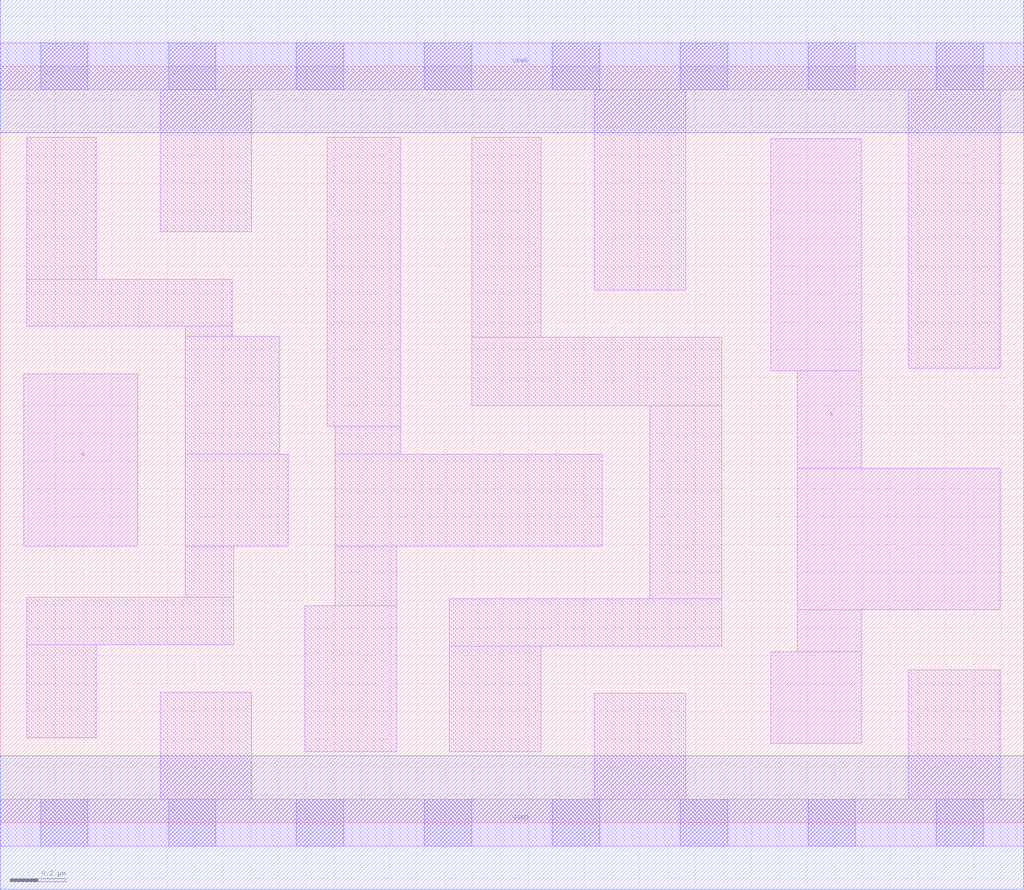
<source format=lef>
# Copyright 2020 The SkyWater PDK Authors
#
# Licensed under the Apache License, Version 2.0 (the "License");
# you may not use this file except in compliance with the License.
# You may obtain a copy of the License at
#
#     https://www.apache.org/licenses/LICENSE-2.0
#
# Unless required by applicable law or agreed to in writing, software
# distributed under the License is distributed on an "AS IS" BASIS,
# WITHOUT WARRANTIES OR CONDITIONS OF ANY KIND, either express or implied.
# See the License for the specific language governing permissions and
# limitations under the License.
#
# SPDX-License-Identifier: Apache-2.0

VERSION 5.7 ;
  NOWIREEXTENSIONATPIN ON ;
  DIVIDERCHAR "/" ;
  BUSBITCHARS "[]" ;
UNITS
  DATABASE MICRONS 200 ;
END UNITS
MACRO sky130_fd_sc_hd__clkdlybuf4s25_2
  CLASS CORE ;
  FOREIGN sky130_fd_sc_hd__clkdlybuf4s25_2 ;
  ORIGIN  0.000000  0.000000 ;
  SIZE  3.680000 BY  2.720000 ;
  SYMMETRY X Y R90 ;
  SITE unithd ;
  PIN A
    ANTENNAGATEAREA  0.213000 ;
    DIRECTION INPUT ;
    USE SIGNAL ;
    PORT
      LAYER li1 ;
        RECT 0.085000 0.995000 0.495000 1.615000 ;
    END
  END A
  PIN X
    ANTENNADIFFAREA  0.497000 ;
    DIRECTION OUTPUT ;
    USE SIGNAL ;
    PORT
      LAYER li1 ;
        RECT 2.770000 0.285000 3.095000 0.615000 ;
        RECT 2.770000 1.625000 3.095000 2.460000 ;
        RECT 2.865000 0.615000 3.095000 0.765000 ;
        RECT 2.865000 0.765000 3.595000 1.275000 ;
        RECT 2.865000 1.275000 3.095000 1.625000 ;
    END
  END X
  PIN VGND
    DIRECTION INOUT ;
    SHAPE ABUTMENT ;
    USE GROUND ;
    PORT
      LAYER met1 ;
        RECT 0.000000 -0.240000 3.680000 0.240000 ;
    END
  END VGND
  PIN VPWR
    DIRECTION INOUT ;
    SHAPE ABUTMENT ;
    USE POWER ;
    PORT
      LAYER met1 ;
        RECT 0.000000 2.480000 3.680000 2.960000 ;
    END
  END VPWR
  OBS
    LAYER li1 ;
      RECT 0.000000 -0.085000 3.680000 0.085000 ;
      RECT 0.000000  2.635000 3.680000 2.805000 ;
      RECT 0.095000  0.305000 0.345000 0.640000 ;
      RECT 0.095000  0.640000 0.840000 0.810000 ;
      RECT 0.095000  1.785000 0.835000 1.955000 ;
      RECT 0.095000  1.955000 0.345000 2.465000 ;
      RECT 0.575000  0.085000 0.905000 0.470000 ;
      RECT 0.575000  2.125000 0.905000 2.635000 ;
      RECT 0.665000  0.810000 0.840000 0.995000 ;
      RECT 0.665000  0.995000 1.035000 1.325000 ;
      RECT 0.665000  1.325000 1.005000 1.750000 ;
      RECT 0.665000  1.750000 0.835000 1.785000 ;
      RECT 1.095000  0.255000 1.425000 0.780000 ;
      RECT 1.175000  1.425000 1.440000 2.465000 ;
      RECT 1.205000  0.780000 1.425000 0.995000 ;
      RECT 1.205000  0.995000 2.165000 1.325000 ;
      RECT 1.205000  1.325000 1.440000 1.425000 ;
      RECT 1.615000  0.255000 1.945000 0.635000 ;
      RECT 1.615000  0.635000 2.595000 0.805000 ;
      RECT 1.695000  1.500000 2.595000 1.745000 ;
      RECT 1.695000  1.745000 1.945000 2.465000 ;
      RECT 2.135000  0.085000 2.465000 0.465000 ;
      RECT 2.135000  1.915000 2.465000 2.635000 ;
      RECT 2.335000  0.805000 2.595000 1.500000 ;
      RECT 3.265000  0.085000 3.595000 0.550000 ;
      RECT 3.265000  1.635000 3.595000 2.635000 ;
    LAYER mcon ;
      RECT 0.145000 -0.085000 0.315000 0.085000 ;
      RECT 0.145000  2.635000 0.315000 2.805000 ;
      RECT 0.605000 -0.085000 0.775000 0.085000 ;
      RECT 0.605000  2.635000 0.775000 2.805000 ;
      RECT 1.065000 -0.085000 1.235000 0.085000 ;
      RECT 1.065000  2.635000 1.235000 2.805000 ;
      RECT 1.525000 -0.085000 1.695000 0.085000 ;
      RECT 1.525000  2.635000 1.695000 2.805000 ;
      RECT 1.985000 -0.085000 2.155000 0.085000 ;
      RECT 1.985000  2.635000 2.155000 2.805000 ;
      RECT 2.445000 -0.085000 2.615000 0.085000 ;
      RECT 2.445000  2.635000 2.615000 2.805000 ;
      RECT 2.905000 -0.085000 3.075000 0.085000 ;
      RECT 2.905000  2.635000 3.075000 2.805000 ;
      RECT 3.365000 -0.085000 3.535000 0.085000 ;
      RECT 3.365000  2.635000 3.535000 2.805000 ;
  END
END sky130_fd_sc_hd__clkdlybuf4s25_2
END LIBRARY

</source>
